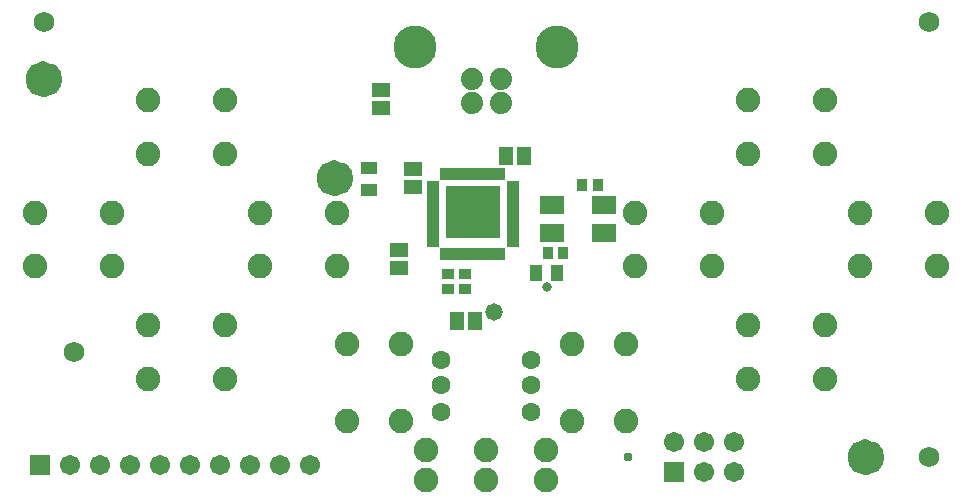
<source format=gts>
%FSLAX25Y25*%
%MOIN*%
G70*
G01*
G75*
G04 Layer_Color=8388736*
G04:AMPARAMS|DCode=10|XSize=40mil|YSize=40mil|CornerRadius=20mil|HoleSize=0mil|Usage=FLASHONLY|Rotation=0.000|XOffset=0mil|YOffset=0mil|HoleType=Round|Shape=RoundedRectangle|*
%AMROUNDEDRECTD10*
21,1,0.04000,0.00000,0,0,0.0*
21,1,0.00000,0.04000,0,0,0.0*
1,1,0.04000,0.00000,0.00000*
1,1,0.04000,0.00000,0.00000*
1,1,0.04000,0.00000,0.00000*
1,1,0.04000,0.00000,0.00000*
%
%ADD10ROUNDEDRECTD10*%
%ADD11R,0.03200X0.01200*%
%ADD12R,0.01200X0.03200*%
%ADD13R,0.04800X0.03200*%
%ADD14R,0.03200X0.04800*%
%ADD15R,0.03600X0.02800*%
%ADD16R,0.05512X0.04331*%
%ADD17R,0.04331X0.05512*%
%ADD18R,0.02800X0.03600*%
%ADD19R,0.07500X0.05600*%
%ADD20C,0.01000*%
%ADD21C,0.03000*%
%ADD22C,0.01200*%
%ADD23C,0.00800*%
%ADD24C,0.02000*%
%ADD25R,0.18000X0.18000*%
%ADD26C,0.06000*%
%ADD27C,0.05906*%
%ADD28R,0.05906X0.05906*%
%ADD29C,0.07400*%
%ADD30C,0.13500*%
%ADD31C,0.06600*%
%ADD32C,0.05512*%
%ADD33C,0.02400*%
%ADD34C,0.05000*%
%ADD35C,0.02300*%
%ADD36C,0.00000*%
%ADD37C,0.00787*%
%ADD38C,0.00600*%
%ADD39C,0.01600*%
%ADD40R,0.02800X0.01600*%
%ADD41C,0.05000*%
%ADD42R,0.18000X0.17500*%
G04:AMPARAMS|DCode=43|XSize=48mil|YSize=48mil|CornerRadius=24mil|HoleSize=0mil|Usage=FLASHONLY|Rotation=0.000|XOffset=0mil|YOffset=0mil|HoleType=Round|Shape=RoundedRectangle|*
%AMROUNDEDRECTD43*
21,1,0.04800,0.00000,0,0,0.0*
21,1,0.00000,0.04800,0,0,0.0*
1,1,0.04800,0.00000,0.00000*
1,1,0.04800,0.00000,0.00000*
1,1,0.04800,0.00000,0.00000*
1,1,0.04800,0.00000,0.00000*
%
%ADD43ROUNDEDRECTD43*%
%ADD44R,0.04000X0.02000*%
%ADD45R,0.02000X0.04000*%
%ADD46R,0.05600X0.04000*%
%ADD47R,0.04000X0.05600*%
%ADD48R,0.04400X0.03600*%
%ADD49R,0.06312X0.05131*%
%ADD50R,0.05131X0.06312*%
%ADD51R,0.03600X0.04400*%
%ADD52R,0.08300X0.06400*%
%ADD53C,0.06800*%
%ADD54C,0.06706*%
%ADD55R,0.06706X0.06706*%
%ADD56C,0.08200*%
%ADD57C,0.14300*%
%ADD58C,0.06312*%
%ADD59C,0.03100*%
%ADD60C,0.03200*%
%ADD61C,0.05800*%
D29*
X282579Y241000D02*
D03*
X292500D02*
D03*
Y233200D02*
D03*
X282579D02*
D03*
D41*
X240600Y208000D02*
G03*
X240600Y208000I-3600J0D01*
G01*
X143600Y241000D02*
G03*
X143600Y241000I-3600J0D01*
G01*
X417600Y115000D02*
G03*
X417600Y115000I-3600J0D01*
G01*
D42*
X283000Y196750D02*
D03*
D43*
X237000Y208000D02*
D03*
X140000Y241000D02*
D03*
X414000Y115000D02*
D03*
D44*
X296386Y202000D02*
D03*
Y205900D02*
D03*
Y203900D02*
D03*
Y200000D02*
D03*
X269600Y186158D02*
D03*
Y188126D02*
D03*
Y190094D02*
D03*
Y192063D02*
D03*
Y194032D02*
D03*
Y196000D02*
D03*
Y198000D02*
D03*
Y200000D02*
D03*
Y202000D02*
D03*
Y203900D02*
D03*
Y205900D02*
D03*
X296386Y198000D02*
D03*
Y196000D02*
D03*
Y194032D02*
D03*
Y192063D02*
D03*
Y190094D02*
D03*
Y188126D02*
D03*
Y186158D02*
D03*
D45*
X273100Y209400D02*
D03*
X275100D02*
D03*
X277000D02*
D03*
X279000D02*
D03*
X281000D02*
D03*
X283000D02*
D03*
X284968D02*
D03*
X286937D02*
D03*
X288906D02*
D03*
X290874D02*
D03*
X292843D02*
D03*
Y182614D02*
D03*
X290874D02*
D03*
X288906D02*
D03*
X286937D02*
D03*
X284968D02*
D03*
X283000D02*
D03*
X281000D02*
D03*
X279000D02*
D03*
X277000D02*
D03*
X275100D02*
D03*
X273100D02*
D03*
D46*
X248500Y211350D02*
D03*
Y204207D02*
D03*
D47*
X311100Y176500D02*
D03*
X303957D02*
D03*
D48*
X274750Y176100D02*
D03*
Y170941D02*
D03*
X280250Y176100D02*
D03*
Y170941D02*
D03*
D49*
X258500Y178047D02*
D03*
Y183953D02*
D03*
X263000Y205047D02*
D03*
Y210953D02*
D03*
X252250Y237453D02*
D03*
Y231547D02*
D03*
D50*
X277797Y160500D02*
D03*
X283703D02*
D03*
X299953Y215500D02*
D03*
X294047D02*
D03*
D51*
X319400Y205750D02*
D03*
X324559D02*
D03*
X313100Y183000D02*
D03*
X307941D02*
D03*
D52*
X326661Y189700D02*
D03*
X309300D02*
D03*
Y199224D02*
D03*
X326661D02*
D03*
D53*
X435000Y260000D02*
D03*
Y115000D02*
D03*
X150000Y150000D02*
D03*
X140000Y260000D02*
D03*
D54*
X158750Y112500D02*
D03*
X228750D02*
D03*
X218750D02*
D03*
X208750D02*
D03*
X198750D02*
D03*
X188750D02*
D03*
X178750D02*
D03*
X168750D02*
D03*
X148750D02*
D03*
X360000Y110000D02*
D03*
X370000D02*
D03*
X350000Y120000D02*
D03*
X360000D02*
D03*
X370000D02*
D03*
D55*
X138750Y112500D02*
D03*
X350000Y110000D02*
D03*
D56*
X137200Y196400D02*
D03*
X162800D02*
D03*
X137200Y178600D02*
D03*
X162800D02*
D03*
X174700Y233900D02*
D03*
X200300D02*
D03*
X174700Y216100D02*
D03*
X200300D02*
D03*
X174700Y158900D02*
D03*
X200300D02*
D03*
X174700Y141100D02*
D03*
X200300D02*
D03*
X212200Y196400D02*
D03*
X237800D02*
D03*
X212200Y178600D02*
D03*
X237800D02*
D03*
X437800D02*
D03*
X412200D02*
D03*
X437800Y196400D02*
D03*
X412200D02*
D03*
X400300Y141100D02*
D03*
X374700D02*
D03*
X400300Y158900D02*
D03*
X374700D02*
D03*
X400300Y216100D02*
D03*
X374700D02*
D03*
X400300Y233900D02*
D03*
X374700D02*
D03*
X362800Y178600D02*
D03*
X337200D02*
D03*
X362800Y196400D02*
D03*
X337200D02*
D03*
X316100Y127200D02*
D03*
Y152800D02*
D03*
X333900Y127200D02*
D03*
Y152800D02*
D03*
X241100Y127200D02*
D03*
Y152800D02*
D03*
X258900Y127200D02*
D03*
Y152800D02*
D03*
X267500Y107500D02*
D03*
Y117500D02*
D03*
X287500Y107500D02*
D03*
Y117500D02*
D03*
X307500Y107500D02*
D03*
Y117500D02*
D03*
D57*
X311200Y251700D02*
D03*
X263800D02*
D03*
D58*
X302500Y130000D02*
D03*
X272500D02*
D03*
X302500Y139000D02*
D03*
X272500D02*
D03*
X302500Y147500D02*
D03*
X272500D02*
D03*
D59*
X334750Y115000D02*
D03*
D60*
X307750Y171750D02*
D03*
D61*
X290000Y163500D02*
D03*
M02*

</source>
